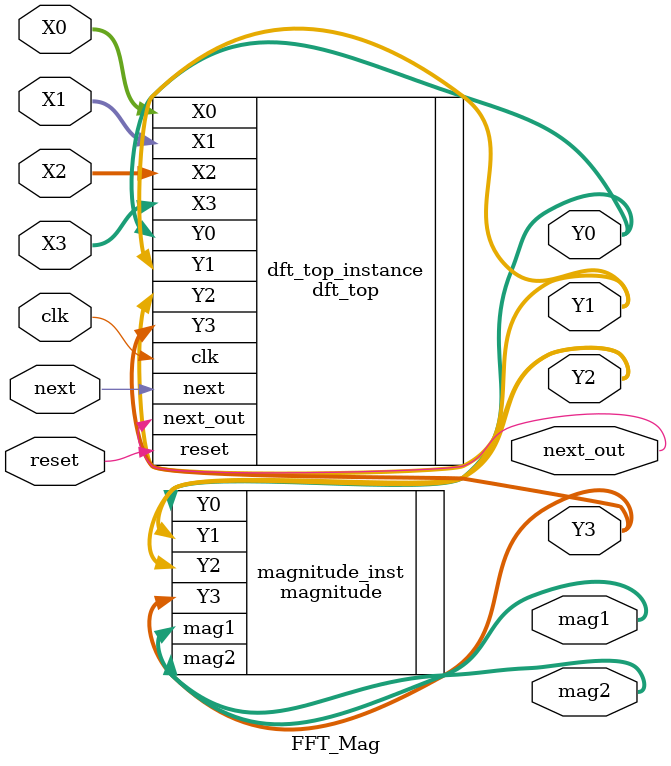
<source format=v>
module FFT_Mag(
	input clk,
	input reset,
	input next,
	input [11:0] X0,
	input [11:0] X1,
	input [11:0] X2,
	input [11:0] X3,
	output [11:0] mag1,
	output [11:0] mag2,
	output next_out,
	output [11:0] Y0,
	output [11:0] Y1,
	output [11:0] Y2,
	output [11:0] Y3
	
	);
	
	// Instantiate top-level module of core 'X' signals are system inputs
   // and 'Y' signals are system outputs
   dft_top dft_top_instance (.clk(clk), .reset(reset), .next(next), .next_out(next_out),
    .X0(X0), .Y0(Y0),
    .X1(X1), .Y1(Y1),
    .X2(X2), .Y2(Y2),
    .X3(X3), .Y3(Y3));

	magnitude magnitude_inst(.Y0(Y0), .Y1(Y1), .Y2(Y2), .Y3(Y3), .mag1(mag1), .mag2(mag2));
	 
	 
endmodule

</source>
